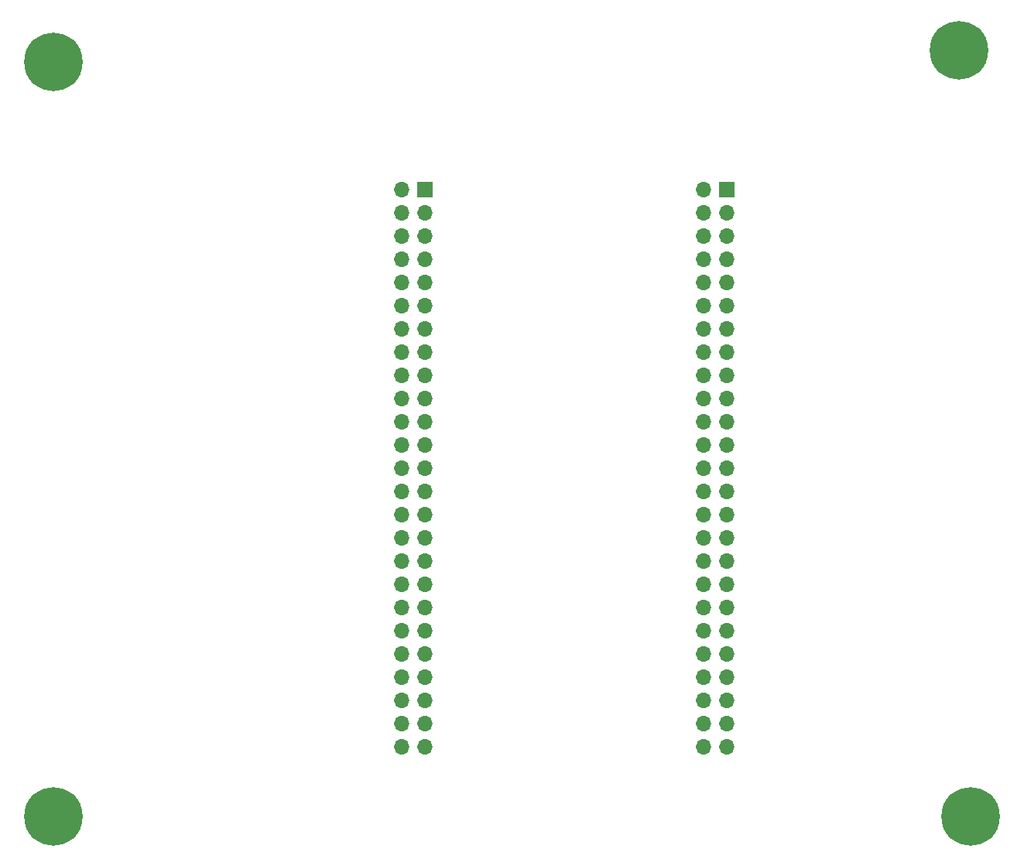
<source format=gbr>
%TF.GenerationSoftware,KiCad,Pcbnew,(7.0.0)*%
%TF.CreationDate,2023-05-31T23:53:27-06:00*%
%TF.ProjectId,Final Project - Shield (2),46696e61-6c20-4507-926f-6a656374202d,rev?*%
%TF.SameCoordinates,Original*%
%TF.FileFunction,Soldermask,Bot*%
%TF.FilePolarity,Negative*%
%FSLAX46Y46*%
G04 Gerber Fmt 4.6, Leading zero omitted, Abs format (unit mm)*
G04 Created by KiCad (PCBNEW (7.0.0)) date 2023-05-31 23:53:27*
%MOMM*%
%LPD*%
G01*
G04 APERTURE LIST*
%ADD10C,6.400000*%
%ADD11R,1.700000X1.700000*%
%ADD12O,1.700000X1.700000*%
G04 APERTURE END LIST*
D10*
%TO.C,H2*%
X190500000Y-53340000D03*
%TD*%
D11*
%TO.C,J1*%
X132079999Y-68579999D03*
D12*
X129539999Y-68579999D03*
X132079999Y-71119999D03*
X129539999Y-71119999D03*
X132079999Y-73659999D03*
X129539999Y-73659999D03*
X132079999Y-76199999D03*
X129539999Y-76199999D03*
X132079999Y-78739999D03*
X129539999Y-78739999D03*
X132079999Y-81279999D03*
X129539999Y-81279999D03*
X132079999Y-83819999D03*
X129539999Y-83819999D03*
X132079999Y-86359999D03*
X129539999Y-86359999D03*
X132079999Y-88899999D03*
X129539999Y-88899999D03*
X132079999Y-91439999D03*
X129539999Y-91439999D03*
X132079999Y-93979999D03*
X129539999Y-93979999D03*
X132079999Y-96519999D03*
X129539999Y-96519999D03*
X132079999Y-99059999D03*
X129539999Y-99059999D03*
X132079999Y-101599999D03*
X129539999Y-101599999D03*
X132079999Y-104139999D03*
X129539999Y-104139999D03*
X132079999Y-106679999D03*
X129539999Y-106679999D03*
X132079999Y-109219999D03*
X129539999Y-109219999D03*
X132079999Y-111759999D03*
X129539999Y-111759999D03*
X132079999Y-114299999D03*
X129539999Y-114299999D03*
X132079999Y-116839999D03*
X129539999Y-116839999D03*
X132079999Y-119379999D03*
X129539999Y-119379999D03*
X132079999Y-121919999D03*
X129539999Y-121919999D03*
X132079999Y-124459999D03*
X129539999Y-124459999D03*
X132079999Y-126999999D03*
X129539999Y-126999999D03*
X132079999Y-129539999D03*
X129539999Y-129539999D03*
%TD*%
D10*
%TO.C,H4*%
X191770000Y-137160000D03*
%TD*%
%TO.C,H1*%
X91440000Y-54610000D03*
%TD*%
D11*
%TO.C,J2*%
X165099999Y-68579999D03*
D12*
X162559999Y-68579999D03*
X165099999Y-71119999D03*
X162559999Y-71119999D03*
X165099999Y-73659999D03*
X162559999Y-73659999D03*
X165099999Y-76199999D03*
X162559999Y-76199999D03*
X165099999Y-78739999D03*
X162559999Y-78739999D03*
X165099999Y-81279999D03*
X162559999Y-81279999D03*
X165099999Y-83819999D03*
X162559999Y-83819999D03*
X165099999Y-86359999D03*
X162559999Y-86359999D03*
X165099999Y-88899999D03*
X162559999Y-88899999D03*
X165099999Y-91439999D03*
X162559999Y-91439999D03*
X165099999Y-93979999D03*
X162559999Y-93979999D03*
X165099999Y-96519999D03*
X162559999Y-96519999D03*
X165099999Y-99059999D03*
X162559999Y-99059999D03*
X165099999Y-101599999D03*
X162559999Y-101599999D03*
X165099999Y-104139999D03*
X162559999Y-104139999D03*
X165099999Y-106679999D03*
X162559999Y-106679999D03*
X165099999Y-109219999D03*
X162559999Y-109219999D03*
X165099999Y-111759999D03*
X162559999Y-111759999D03*
X165099999Y-114299999D03*
X162559999Y-114299999D03*
X165099999Y-116839999D03*
X162559999Y-116839999D03*
X165099999Y-119379999D03*
X162559999Y-119379999D03*
X165099999Y-121919999D03*
X162559999Y-121919999D03*
X165099999Y-124459999D03*
X162559999Y-124459999D03*
X165099999Y-126999999D03*
X162559999Y-126999999D03*
X165099999Y-129539999D03*
X162559999Y-129539999D03*
%TD*%
D10*
%TO.C,H3*%
X91440000Y-137160000D03*
%TD*%
M02*

</source>
